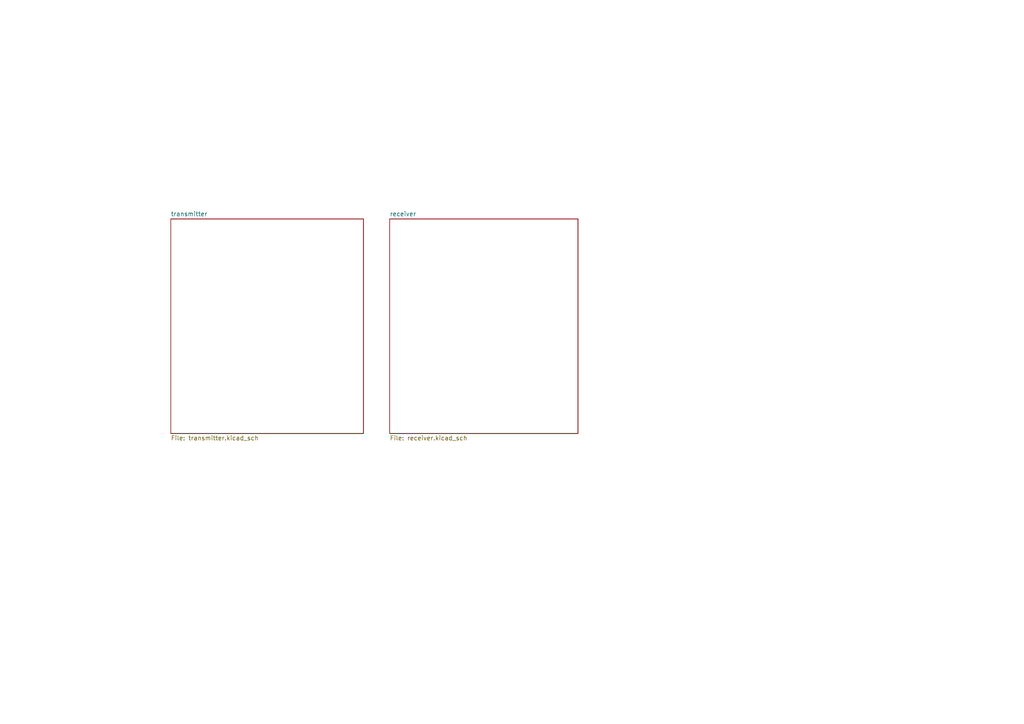
<source format=kicad_sch>
(kicad_sch
	(version 20231120)
	(generator "eeschema")
	(generator_version "8.0")
	(uuid "1a174e90-46d1-4764-a5a6-e70c1d64e024")
	(paper "A4")
	(lib_symbols)
	(sheet
		(at 113.03 63.5)
		(size 54.61 62.23)
		(fields_autoplaced yes)
		(stroke
			(width 0.1524)
			(type solid)
		)
		(fill
			(color 0 0 0 0.0000)
		)
		(uuid "c05ed58f-f959-4c6f-94b1-631f46788e11")
		(property "Sheetname" "receiver"
			(at 113.03 62.7884 0)
			(effects
				(font
					(size 1.27 1.27)
				)
				(justify left bottom)
			)
		)
		(property "Sheetfile" "receiver.kicad_sch"
			(at 113.03 126.3146 0)
			(effects
				(font
					(size 1.27 1.27)
				)
				(justify left top)
			)
		)
		(instances
			(project "magisterka"
				(path "/1a174e90-46d1-4764-a5a6-e70c1d64e024"
					(page "3")
				)
			)
		)
	)
	(sheet
		(at 49.53 63.5)
		(size 55.88 62.23)
		(fields_autoplaced yes)
		(stroke
			(width 0.1524)
			(type solid)
		)
		(fill
			(color 0 0 0 0.0000)
		)
		(uuid "d830d3f3-5dc7-4169-97bf-84fce22911c1")
		(property "Sheetname" "transmitter"
			(at 49.53 62.7884 0)
			(effects
				(font
					(size 1.27 1.27)
				)
				(justify left bottom)
			)
		)
		(property "Sheetfile" "transmitter.kicad_sch"
			(at 49.53 126.3146 0)
			(effects
				(font
					(size 1.27 1.27)
				)
				(justify left top)
			)
		)
		(instances
			(project "magisterka"
				(path "/1a174e90-46d1-4764-a5a6-e70c1d64e024"
					(page "2")
				)
			)
		)
	)
	(sheet_instances
		(path "/"
			(page "1")
		)
	)
)
</source>
